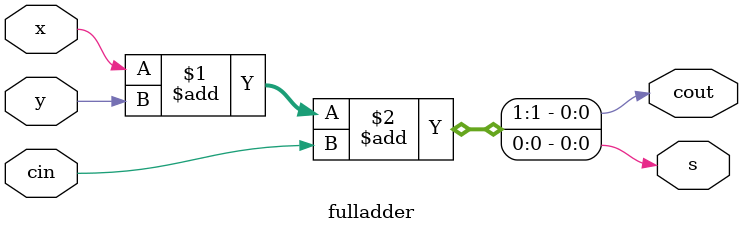
<source format=v>
`timescale 1ns / 1ps


module fulladder(
    output s,     // sum
    output cout,  // carry out
    input  x,     // augend
    input  y,     // addend
    input  cin    // carry in
    );
    
    assign {cout, s} = x + y + cin;
    
endmodule         // fulladder

</source>
